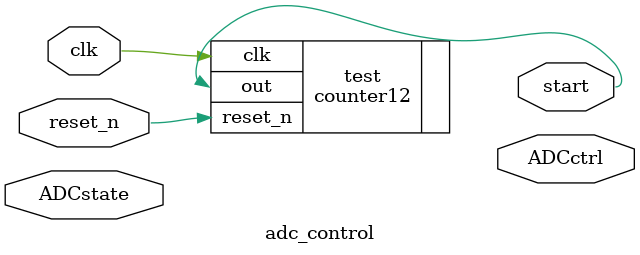
<source format=v>
`timescale 1ns / 1ps


module adc_control(
    input clk,
    input [2:0] ADCstate, //decided by overarching state machine
    input reset_n,
    output [7:0] ADCctrl,
    output start
    );
    
    //counter for 12 clock adc start
    counter12 test (
    .clk(clk),
    .reset_n(reset_n),
    .out(start)
    );
    
    
    
    
    
    
endmodule

</source>
